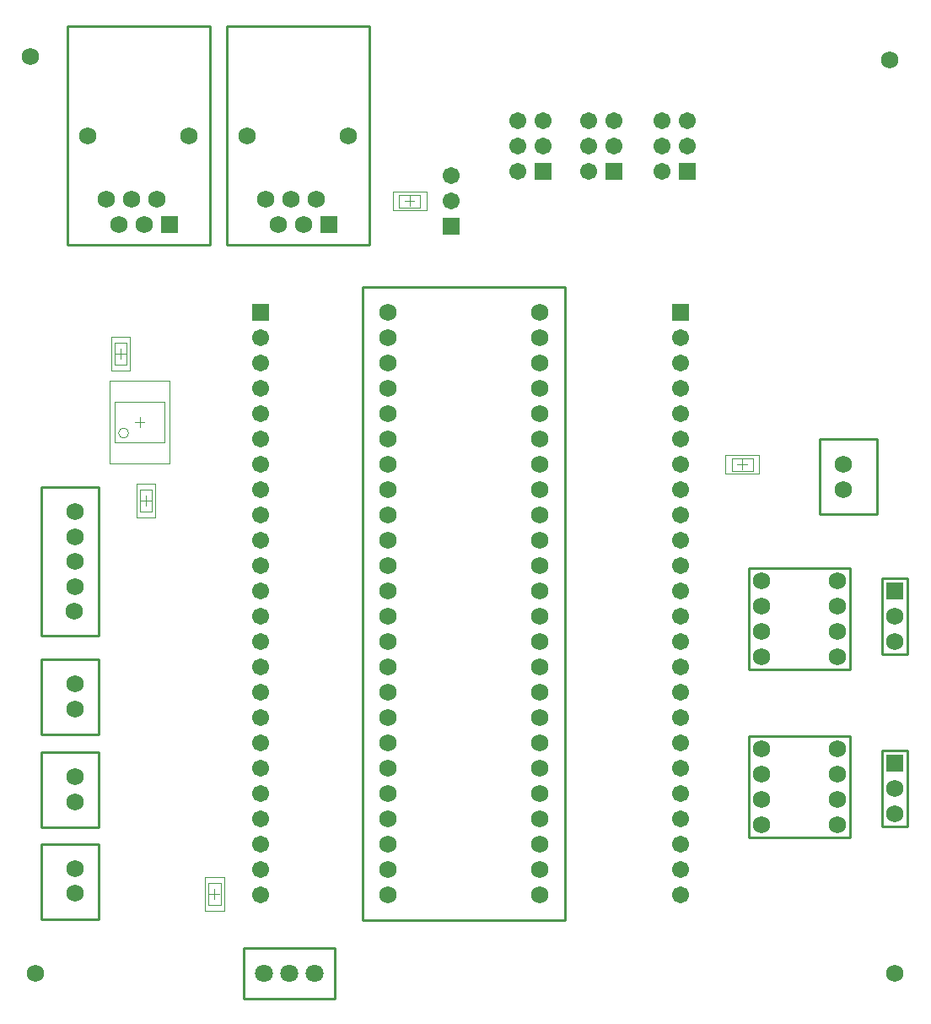
<source format=gbs>
G04*
G04 #@! TF.GenerationSoftware,Altium Limited,Altium Designer,19.1.8 (144)*
G04*
G04 Layer_Color=16711935*
%FSLAX25Y25*%
%MOIN*%
G70*
G01*
G75*
%ADD12C,0.01000*%
%ADD14C,0.00394*%
%ADD15C,0.00197*%
%ADD26C,0.06800*%
%ADD27R,0.06800X0.06800*%
%ADD28C,0.06706*%
%ADD29R,0.06706X0.06706*%
%ADD30R,0.06800X0.06800*%
%ADD31C,0.07099*%
D12*
X142661Y33841D02*
Y283841D01*
Y33841D02*
X222661D01*
Y283841D01*
X142661D02*
X222661D01*
X323602Y223998D02*
X345602D01*
X345988Y194353D02*
Y223998D01*
X323350Y194353D02*
X345988D01*
X323350D02*
Y223998D01*
X15811Y146087D02*
X38252D01*
X15614Y146283D02*
X15811Y146087D01*
X15614Y146283D02*
Y204748D01*
X38252D01*
Y146087D02*
Y204748D01*
X28606Y146087D02*
X38252D01*
Y70493D02*
Y100138D01*
X15614D02*
X38252D01*
X15614Y70493D02*
Y100138D01*
X16000Y70493D02*
X38000D01*
X348000Y71000D02*
Y101001D01*
X358000D01*
Y71000D02*
Y101001D01*
X348000Y71000D02*
X358000D01*
X348000Y139000D02*
Y169001D01*
X358000D01*
Y139000D02*
Y169001D01*
X348000Y139000D02*
X358000D01*
X295500Y66500D02*
Y106500D01*
X335500D01*
Y66500D02*
Y106500D01*
X295500Y66500D02*
X335500D01*
X295500Y133000D02*
Y173000D01*
X335500D01*
Y133000D02*
Y173000D01*
X295500Y133000D02*
X335500D01*
X16000Y34335D02*
X38000D01*
X15614D02*
Y63980D01*
X38252D01*
Y34335D02*
Y63980D01*
X16000Y107169D02*
X38000D01*
X15614D02*
Y136815D01*
X38252D01*
Y107169D02*
Y136815D01*
X95803Y2996D02*
X131803D01*
Y22996D01*
X95803D02*
X131803D01*
X95803Y2996D02*
Y22996D01*
X145500Y343000D02*
Y387000D01*
X89000D02*
X145500D01*
X89000Y300500D02*
Y387000D01*
Y300500D02*
X145500D01*
Y343500D01*
X82500Y300500D02*
Y343500D01*
X26000Y300500D02*
X82500D01*
X26000D02*
Y387000D01*
X82500D01*
Y343000D02*
Y387000D01*
D14*
X50185Y226205D02*
G03*
X50185Y226205I-1969J0D01*
G01*
X44536Y261715D02*
X49496D01*
X44536Y253250D02*
X49496D01*
Y261715D01*
X44536Y253250D02*
Y261715D01*
X64359Y222661D02*
Y238409D01*
X44674Y222661D02*
Y238409D01*
X64359D01*
X44674Y222661D02*
X64359D01*
X54536Y195268D02*
Y203732D01*
X59496Y195268D02*
Y203732D01*
X54536Y195268D02*
X59496D01*
X54536Y203732D02*
X59496D01*
X156968Y315360D02*
Y320321D01*
X165433Y315360D02*
Y320321D01*
X156968D02*
X165433D01*
X156968Y315360D02*
X165433D01*
X288547Y216264D02*
X297012D01*
X288547Y211303D02*
X297012D01*
X288547D02*
Y216264D01*
X297012Y211303D02*
Y216264D01*
X86598Y39965D02*
Y48429D01*
X81638Y39965D02*
Y48429D01*
X86598D01*
X81638Y39965D02*
X86598D01*
X47016Y255514D02*
Y259451D01*
X45048Y257483D02*
X48985D01*
X52548Y230535D02*
X56485D01*
X54516Y228567D02*
Y232504D01*
X55048Y199500D02*
X58985D01*
X57016Y197531D02*
Y201468D01*
X159232Y317841D02*
X163169D01*
X161200Y315872D02*
Y319809D01*
X292779Y211815D02*
Y215752D01*
X290811Y213784D02*
X294748D01*
X82150Y44197D02*
X86087D01*
X84118Y42228D02*
Y46165D01*
D15*
X43473Y264176D02*
X50559D01*
X43473Y250790D02*
X50559D01*
Y264176D01*
X43473Y250790D02*
Y264176D01*
X66327Y214197D02*
Y246874D01*
X42705Y214197D02*
Y246874D01*
X66327D01*
X42705Y214197D02*
X66327D01*
X53276Y192807D02*
Y206193D01*
X60756Y192807D02*
Y206193D01*
X53276Y192807D02*
X60756D01*
X53276Y206193D02*
X60756D01*
X154507Y314298D02*
Y321384D01*
X167893Y314298D02*
Y321384D01*
X154507D02*
X167893D01*
X154507Y314298D02*
X167893D01*
X286087Y217524D02*
X299472D01*
X286087Y210043D02*
X299472D01*
X286087D02*
Y217524D01*
X299472Y210043D02*
Y217524D01*
X87858Y37504D02*
Y50890D01*
X80378Y37504D02*
Y50890D01*
X87858D01*
X80378Y37504D02*
X87858D01*
D26*
X104500Y318500D02*
D03*
X114500D02*
D03*
X124500D02*
D03*
X109500Y308500D02*
D03*
X119500D02*
D03*
X97000Y343500D02*
D03*
X137000D02*
D03*
X74000D02*
D03*
X34000D02*
D03*
X56500Y308500D02*
D03*
X46500D02*
D03*
X61500Y318500D02*
D03*
X51500D02*
D03*
X41500D02*
D03*
X332602Y203998D02*
D03*
Y213841D02*
D03*
X29000Y195102D02*
D03*
Y185260D02*
D03*
Y175417D02*
D03*
Y165575D02*
D03*
X28606Y155732D02*
D03*
X212661Y113841D02*
D03*
Y123841D02*
D03*
Y133841D02*
D03*
Y273841D02*
D03*
Y263841D02*
D03*
Y253841D02*
D03*
X152661Y133841D02*
D03*
X212661Y103841D02*
D03*
Y93841D02*
D03*
Y83841D02*
D03*
Y73841D02*
D03*
Y63841D02*
D03*
Y53841D02*
D03*
Y43841D02*
D03*
X152661D02*
D03*
Y53841D02*
D03*
Y63841D02*
D03*
Y73841D02*
D03*
Y83841D02*
D03*
Y93841D02*
D03*
Y103841D02*
D03*
Y113841D02*
D03*
Y123841D02*
D03*
X212661Y243841D02*
D03*
Y233841D02*
D03*
Y223841D02*
D03*
Y213841D02*
D03*
Y203841D02*
D03*
Y193841D02*
D03*
Y183841D02*
D03*
Y173841D02*
D03*
Y163841D02*
D03*
Y153841D02*
D03*
Y143841D02*
D03*
X152661D02*
D03*
Y153841D02*
D03*
Y163841D02*
D03*
Y173841D02*
D03*
Y183841D02*
D03*
Y193841D02*
D03*
Y203841D02*
D03*
Y213841D02*
D03*
Y223841D02*
D03*
Y233841D02*
D03*
Y243841D02*
D03*
Y253841D02*
D03*
Y263841D02*
D03*
Y273841D02*
D03*
X29000Y80650D02*
D03*
Y90493D02*
D03*
X351000Y373500D02*
D03*
X353000Y13000D02*
D03*
X13500Y13000D02*
D03*
X11500Y375000D02*
D03*
X353000Y76000D02*
D03*
Y86000D02*
D03*
Y144000D02*
D03*
Y154000D02*
D03*
X300500Y101500D02*
D03*
Y91500D02*
D03*
Y81500D02*
D03*
Y71500D02*
D03*
X330500D02*
D03*
Y81500D02*
D03*
Y91500D02*
D03*
Y101500D02*
D03*
X300500Y168000D02*
D03*
Y158000D02*
D03*
Y148000D02*
D03*
Y138000D02*
D03*
X330500D02*
D03*
Y148000D02*
D03*
Y158000D02*
D03*
Y168000D02*
D03*
X29000Y54335D02*
D03*
Y44492D02*
D03*
Y127169D02*
D03*
Y117327D02*
D03*
D27*
X129500Y308500D02*
D03*
X66500D02*
D03*
D28*
X204000Y349500D02*
D03*
X214000D02*
D03*
X204000Y339500D02*
D03*
X214000D02*
D03*
X204000Y329500D02*
D03*
X268213Y43841D02*
D03*
Y53841D02*
D03*
Y63841D02*
D03*
Y73841D02*
D03*
Y83841D02*
D03*
Y93841D02*
D03*
Y103841D02*
D03*
Y113841D02*
D03*
Y123841D02*
D03*
Y133841D02*
D03*
Y143841D02*
D03*
Y153841D02*
D03*
Y163841D02*
D03*
Y173841D02*
D03*
Y183841D02*
D03*
Y193841D02*
D03*
Y203841D02*
D03*
Y213841D02*
D03*
Y223841D02*
D03*
Y233841D02*
D03*
Y243841D02*
D03*
Y253841D02*
D03*
Y263841D02*
D03*
X102425Y43841D02*
D03*
Y53841D02*
D03*
Y63841D02*
D03*
Y73841D02*
D03*
Y83841D02*
D03*
Y93841D02*
D03*
Y103841D02*
D03*
Y113841D02*
D03*
Y123841D02*
D03*
Y133841D02*
D03*
Y143841D02*
D03*
Y153841D02*
D03*
Y163841D02*
D03*
Y173841D02*
D03*
Y183841D02*
D03*
Y193841D02*
D03*
Y203841D02*
D03*
Y213841D02*
D03*
Y223841D02*
D03*
Y233841D02*
D03*
Y243841D02*
D03*
Y253841D02*
D03*
Y263841D02*
D03*
X177661Y317841D02*
D03*
Y327841D02*
D03*
X261000Y329500D02*
D03*
X271000Y339500D02*
D03*
X261000D02*
D03*
X271000Y349500D02*
D03*
X261000D02*
D03*
X232000Y329500D02*
D03*
X242000Y339500D02*
D03*
X232000D02*
D03*
X242000Y349500D02*
D03*
X232000D02*
D03*
D29*
X214000Y329500D02*
D03*
X268213Y273841D02*
D03*
X102425D02*
D03*
X177661Y307841D02*
D03*
X271000Y329500D02*
D03*
X242000D02*
D03*
D30*
X353000Y96000D02*
D03*
Y164000D02*
D03*
D31*
X103803Y12996D02*
D03*
X113803D02*
D03*
X123803D02*
D03*
M02*

</source>
